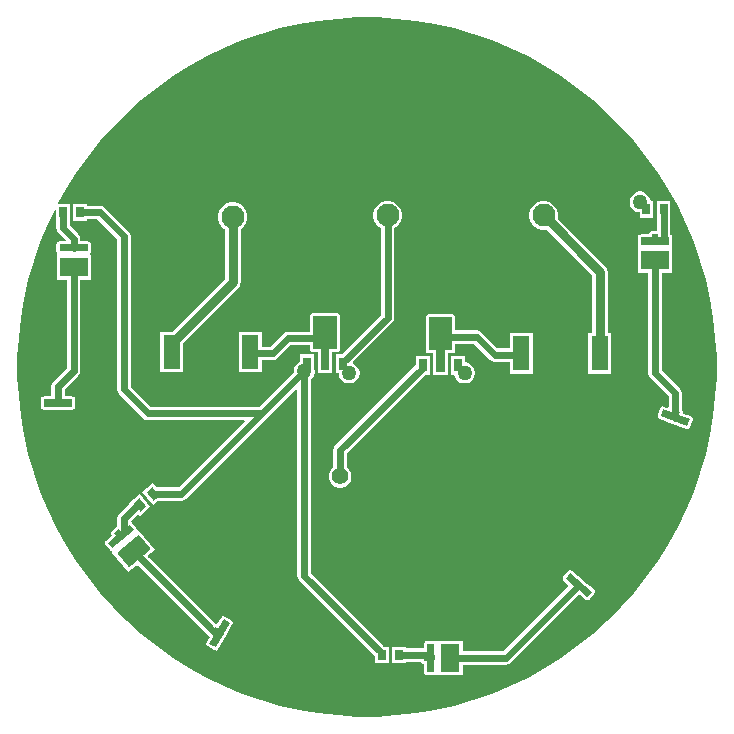
<source format=gtl>
G04*
G04 #@! TF.GenerationSoftware,Altium Limited,Altium Designer,21.7.2 (23)*
G04*
G04 Layer_Physical_Order=1*
G04 Layer_Color=255*
%FSLAX25Y25*%
%MOIN*%
G70*
G04*
G04 #@! TF.SameCoordinates,C9020EFE-5469-4C63-B031-BAE70B3800EC*
G04*
G04*
G04 #@! TF.FilePolarity,Positive*
G04*
G01*
G75*
%ADD13R,0.05709X0.11417*%
G04:AMPARAMS|DCode=14|XSize=25.59mil|YSize=35.43mil|CornerRadius=0mil|HoleSize=0mil|Usage=FLASHONLY|Rotation=40.000|XOffset=0mil|YOffset=0mil|HoleType=Round|Shape=Rectangle|*
%AMROTATEDRECTD14*
4,1,4,0.00159,-0.02180,-0.02119,0.00535,-0.00159,0.02180,0.02119,-0.00535,0.00159,-0.02180,0.0*
%
%ADD14ROTATEDRECTD14*%

%ADD15R,0.02559X0.03543*%
%ADD29R,0.09055X0.01968*%
%ADD30R,0.09449X0.06299*%
G04:AMPARAMS|DCode=31|XSize=19.68mil|YSize=90.55mil|CornerRadius=0mil|HoleSize=0mil|Usage=FLASHONLY|Rotation=70.000|XOffset=0mil|YOffset=0mil|HoleType=Round|Shape=Rectangle|*
%AMROTATEDRECTD31*
4,1,4,0.03918,-0.02473,-0.04591,0.00624,-0.03918,0.02473,0.04591,-0.00624,0.03918,-0.02473,0.0*
%
%ADD31ROTATEDRECTD31*%

G04:AMPARAMS|DCode=32|XSize=62.99mil|YSize=94.49mil|CornerRadius=0mil|HoleSize=0mil|Usage=FLASHONLY|Rotation=70.000|XOffset=0mil|YOffset=0mil|HoleType=Round|Shape=Rectangle|*
%AMROTATEDRECTD32*
4,1,4,0.03362,-0.04576,-0.05517,-0.01344,-0.03362,0.04576,0.05517,0.01344,0.03362,-0.04576,0.0*
%
%ADD32ROTATEDRECTD32*%

G04:AMPARAMS|DCode=33|XSize=19.68mil|YSize=90.55mil|CornerRadius=0mil|HoleSize=0mil|Usage=FLASHONLY|Rotation=230.000|XOffset=0mil|YOffset=0mil|HoleType=Round|Shape=Rectangle|*
%AMROTATEDRECTD33*
4,1,4,-0.02836,0.03664,0.04101,-0.02156,0.02836,-0.03664,-0.04101,0.02156,-0.02836,0.03664,0.0*
%
%ADD33ROTATEDRECTD33*%

G04:AMPARAMS|DCode=34|XSize=62.99mil|YSize=94.49mil|CornerRadius=0mil|HoleSize=0mil|Usage=FLASHONLY|Rotation=230.000|XOffset=0mil|YOffset=0mil|HoleType=Round|Shape=Rectangle|*
%AMROTATEDRECTD34*
4,1,4,-0.01595,0.05449,0.05644,-0.00624,0.01595,-0.05449,-0.05644,0.00624,-0.01595,0.05449,0.0*
%
%ADD34ROTATEDRECTD34*%

%ADD35R,0.01968X0.09055*%
%ADD36R,0.06299X0.09449*%
G04:AMPARAMS|DCode=37|XSize=19.68mil|YSize=90.55mil|CornerRadius=0mil|HoleSize=0mil|Usage=FLASHONLY|Rotation=150.000|XOffset=0mil|YOffset=0mil|HoleType=Round|Shape=Rectangle|*
%AMROTATEDRECTD37*
4,1,4,0.03116,0.03429,-0.01411,-0.04413,-0.03116,-0.03429,0.01411,0.04413,0.03116,0.03429,0.0*
%
%ADD37ROTATEDRECTD37*%

G04:AMPARAMS|DCode=38|XSize=62.99mil|YSize=94.49mil|CornerRadius=0mil|HoleSize=0mil|Usage=FLASHONLY|Rotation=150.000|XOffset=0mil|YOffset=0mil|HoleType=Round|Shape=Rectangle|*
%AMROTATEDRECTD38*
4,1,4,0.05090,0.02517,0.00365,-0.05666,-0.05090,-0.02517,-0.00365,0.05666,0.05090,0.02517,0.0*
%
%ADD38ROTATEDRECTD38*%

G04:AMPARAMS|DCode=39|XSize=19.68mil|YSize=90.55mil|CornerRadius=0mil|HoleSize=0mil|Usage=FLASHONLY|Rotation=130.000|XOffset=0mil|YOffset=0mil|HoleType=Round|Shape=Rectangle|*
%AMROTATEDRECTD39*
4,1,4,0.04101,0.02156,-0.02836,-0.03664,-0.04101,-0.02156,0.02836,0.03664,0.04101,0.02156,0.0*
%
%ADD39ROTATEDRECTD39*%

G04:AMPARAMS|DCode=40|XSize=62.99mil|YSize=94.49mil|CornerRadius=0mil|HoleSize=0mil|Usage=FLASHONLY|Rotation=130.000|XOffset=0mil|YOffset=0mil|HoleType=Round|Shape=Rectangle|*
%AMROTATEDRECTD40*
4,1,4,0.05644,0.00624,-0.01595,-0.05449,-0.05644,-0.00624,0.01595,0.05449,0.05644,0.00624,0.0*
%
%ADD40ROTATEDRECTD40*%

%ADD41R,0.02756X0.04331*%
%ADD42C,0.02362*%
%ADD43C,0.03150*%
%ADD44C,0.05543*%
%ADD45C,0.07677*%
%ADD46R,0.07677X0.07677*%
%ADD47C,0.02362*%
%ADD48C,0.05000*%
G36*
X168209Y381362D02*
X171949D01*
Y379000D01*
X162500D01*
Y381362D01*
X166240D01*
Y382543D01*
X168209D01*
Y381362D01*
D02*
G37*
G36*
X162984Y329677D02*
X166724D01*
Y327315D01*
X157276D01*
Y329677D01*
X161016D01*
Y330858D01*
X162984D01*
Y329677D01*
D02*
G37*
G36*
X274797Y456643D02*
X281293Y455911D01*
X287739Y454816D01*
X294113Y453361D01*
X300395Y451551D01*
X306566Y449392D01*
X312606Y446890D01*
X318497Y444053D01*
X324219Y440891D01*
X329755Y437412D01*
X335087Y433629D01*
X340198Y429553D01*
X345073Y425196D01*
X349696Y420573D01*
X354053Y415698D01*
X358129Y410587D01*
X361912Y405255D01*
X365391Y399719D01*
X368553Y393997D01*
X371390Y388106D01*
X373892Y382066D01*
X376051Y375895D01*
X377861Y369613D01*
X379316Y363239D01*
X380411Y356793D01*
X381143Y350296D01*
X381510Y343769D01*
Y340500D01*
Y337231D01*
X381143Y330703D01*
X380411Y324207D01*
X379316Y317761D01*
X377861Y311387D01*
X376051Y305105D01*
X373892Y298934D01*
X371390Y292894D01*
X368553Y287003D01*
X365391Y281281D01*
X361912Y275745D01*
X358129Y270413D01*
X354053Y265302D01*
X349696Y260427D01*
X345073Y255804D01*
X340198Y251447D01*
X335087Y247371D01*
X329755Y243588D01*
X324219Y240109D01*
X318497Y236947D01*
X312606Y234110D01*
X306566Y231608D01*
X300395Y229449D01*
X294113Y227639D01*
X287739Y226184D01*
X281293Y225089D01*
X274797Y224357D01*
X268269Y223990D01*
X261731D01*
X255203Y224357D01*
X248707Y225089D01*
X242261Y226184D01*
X235887Y227639D01*
X229605Y229449D01*
X223434Y231608D01*
X217394Y234110D01*
X211503Y236947D01*
X205781Y240109D01*
X200245Y243588D01*
X194913Y247371D01*
X189802Y251447D01*
X184927Y255804D01*
X180304Y260427D01*
X175947Y265302D01*
X171871Y270413D01*
X168088Y275745D01*
X164609Y281281D01*
X161447Y287003D01*
X158610Y292894D01*
X156108Y298934D01*
X153949Y305105D01*
X152139Y311387D01*
X150684Y317761D01*
X149589Y324207D01*
X148857Y330703D01*
X148490Y337231D01*
Y340500D01*
Y343769D01*
X148857Y350296D01*
X149589Y356793D01*
X150684Y363239D01*
X152139Y369613D01*
X153949Y375895D01*
X156108Y382066D01*
X158610Y388106D01*
X160879Y392817D01*
X161366Y392706D01*
Y389228D01*
X161422D01*
Y386854D01*
X161422Y386854D01*
X161591Y386003D01*
X162073Y385282D01*
X164511Y382844D01*
X164320Y382382D01*
X162500D01*
X162110Y382304D01*
X161902Y382165D01*
X161697D01*
Y381960D01*
X161558Y381752D01*
X161480Y381362D01*
Y379000D01*
X161558Y378610D01*
X161697Y378402D01*
X161697Y378253D01*
X161500Y377835D01*
X161500Y377778D01*
Y369535D01*
X165001D01*
Y340146D01*
X160427Y335573D01*
X159945Y334851D01*
X159776Y334000D01*
X159776Y334000D01*
Y330697D01*
X157276D01*
X156885Y330619D01*
X156678Y330480D01*
X156472D01*
Y330275D01*
X156334Y330067D01*
X156256Y329677D01*
Y327315D01*
X156334Y326925D01*
X156472Y326717D01*
Y326512D01*
X156678D01*
X156885Y326373D01*
X157276Y326295D01*
X161884D01*
X162000Y326272D01*
X162116Y326295D01*
X166724D01*
X167115Y326373D01*
X167322Y326512D01*
X167528D01*
Y326717D01*
X167666Y326925D01*
X167744Y327315D01*
Y329677D01*
X167666Y330067D01*
X167528Y330275D01*
Y330480D01*
X167322D01*
X167115Y330619D01*
X166724Y330697D01*
X164224D01*
Y333079D01*
X168797Y337652D01*
X168797Y337652D01*
X169279Y338373D01*
X169448Y339224D01*
X169448Y339225D01*
Y369535D01*
X172949D01*
Y377778D01*
X172949Y377835D01*
X172752Y378253D01*
X172752Y378402D01*
X172891Y378610D01*
X172968Y379000D01*
Y381362D01*
X172891Y381752D01*
X172752Y381960D01*
Y382165D01*
X172547D01*
X172339Y382304D01*
X171949Y382382D01*
X169448D01*
Y383276D01*
X169279Y384127D01*
X168797Y384848D01*
X168797Y384848D01*
X165869Y387775D01*
Y389228D01*
X165925D01*
Y394772D01*
X162367D01*
X162113Y395202D01*
X164609Y399719D01*
X168088Y405255D01*
X171871Y410587D01*
X175947Y415698D01*
X180304Y420573D01*
X184927Y425196D01*
X189802Y429553D01*
X194913Y433629D01*
X200245Y437412D01*
X205781Y440891D01*
X211503Y444053D01*
X217394Y446890D01*
X223434Y449392D01*
X229605Y451551D01*
X235887Y453361D01*
X242261Y454816D01*
X248707Y455911D01*
X255203Y456643D01*
X261731Y457010D01*
X268269D01*
X274797Y456643D01*
D02*
G37*
%LPC*%
G36*
X356461Y399000D02*
X355539D01*
X354649Y398762D01*
X353851Y398301D01*
X353199Y397649D01*
X352738Y396851D01*
X352500Y395961D01*
Y395039D01*
X352738Y394149D01*
X353199Y393351D01*
X353851Y392699D01*
X354649Y392238D01*
X355539Y392000D01*
X355866D01*
Y390228D01*
X360425D01*
Y395772D01*
X359500D01*
Y395961D01*
X359261Y396851D01*
X358801Y397649D01*
X358149Y398301D01*
X357351Y398762D01*
X356461Y399000D01*
D02*
G37*
G36*
X254937Y358575D02*
X247063D01*
X246673Y358497D01*
X246342Y358276D01*
X246121Y357945D01*
X246043Y357555D01*
Y352224D01*
X238500D01*
X238500Y352224D01*
X237649Y352055D01*
X236928Y351572D01*
X236928Y351572D01*
X232579Y347224D01*
X229945D01*
Y352209D01*
X222236D01*
Y338791D01*
X229945D01*
Y342776D01*
X233500D01*
X233500Y342776D01*
X234351Y342945D01*
X235072Y343427D01*
X239421Y347776D01*
X246043D01*
Y346532D01*
X246121Y346141D01*
X246342Y345811D01*
X246673Y345589D01*
X247063Y345512D01*
X248603D01*
Y339445D01*
X248622Y339346D01*
Y338445D01*
X249523D01*
X249622Y338425D01*
X252378D01*
X252477Y338445D01*
X253378D01*
Y339346D01*
X253397Y339445D01*
Y345512D01*
X254937D01*
X255327Y345589D01*
X255658Y345811D01*
X255879Y346141D01*
X255957Y346532D01*
Y357555D01*
X255879Y357945D01*
X255658Y358276D01*
X255327Y358497D01*
X254937Y358575D01*
D02*
G37*
G36*
X220901Y395339D02*
X219627D01*
X218396Y395009D01*
X217293Y394372D01*
X216392Y393471D01*
X215755Y392368D01*
X215425Y391137D01*
Y389863D01*
X215755Y388632D01*
X216392Y387529D01*
X217293Y386628D01*
X217667Y386412D01*
Y369785D01*
X200091Y352209D01*
X196055D01*
Y338791D01*
X203764D01*
Y348536D01*
X222100Y366873D01*
X222513Y367410D01*
X222773Y368037D01*
X222861Y368709D01*
Y386412D01*
X223235Y386628D01*
X224136Y387529D01*
X224773Y388632D01*
X225102Y389863D01*
Y391137D01*
X224773Y392368D01*
X224136Y393471D01*
X223235Y394372D01*
X222132Y395009D01*
X220901Y395339D01*
D02*
G37*
G36*
X324480Y395839D02*
X323205D01*
X321975Y395509D01*
X320872Y394872D01*
X319971Y393971D01*
X319334Y392868D01*
X319004Y391637D01*
Y390363D01*
X319334Y389132D01*
X319971Y388029D01*
X320872Y387128D01*
X321975Y386491D01*
X323205Y386161D01*
X324480D01*
X324897Y386273D01*
X339994Y371176D01*
Y351709D01*
X338736D01*
Y338291D01*
X346445D01*
Y351709D01*
X345188D01*
Y372252D01*
X345099Y372924D01*
X344840Y373551D01*
X344427Y374088D01*
X328569Y389946D01*
X328681Y390363D01*
Y391637D01*
X328351Y392868D01*
X327714Y393971D01*
X326814Y394872D01*
X325710Y395509D01*
X324480Y395839D01*
D02*
G37*
G36*
X293437Y358075D02*
X285563D01*
X285173Y357997D01*
X284842Y357776D01*
X284621Y357445D01*
X284543Y357055D01*
Y346031D01*
X284621Y345641D01*
X284842Y345310D01*
X285173Y345090D01*
X285563Y345012D01*
X287103D01*
Y338945D01*
X287122Y338846D01*
Y337945D01*
X288023D01*
X288122Y337925D01*
X290878D01*
X290977Y337945D01*
X291878D01*
Y338846D01*
X291898Y338945D01*
Y345012D01*
X293437D01*
X293827Y345090D01*
X294158Y345310D01*
X294379Y345641D01*
X294457Y346031D01*
Y348276D01*
X300579D01*
X305927Y342928D01*
X305927Y342928D01*
X306649Y342445D01*
X307500Y342276D01*
X307500Y342276D01*
X312555D01*
Y338291D01*
X320264D01*
Y351709D01*
X312555D01*
Y346724D01*
X308421D01*
X303073Y352073D01*
X302351Y352555D01*
X301500Y352724D01*
X301500Y352724D01*
X294457D01*
Y357055D01*
X294379Y357445D01*
X294158Y357776D01*
X293827Y357997D01*
X293437Y358075D01*
D02*
G37*
G36*
X297783Y344276D02*
X293028D01*
Y337945D01*
X294025D01*
X294238Y337149D01*
X294699Y336351D01*
X295351Y335699D01*
X296149Y335239D01*
X297039Y335000D01*
X297961D01*
X298851Y335239D01*
X299649Y335699D01*
X300301Y336351D01*
X300762Y337149D01*
X301000Y338039D01*
Y338961D01*
X300762Y339851D01*
X300301Y340649D01*
X299649Y341301D01*
X298851Y341761D01*
X297961Y342000D01*
X297783D01*
Y344276D01*
D02*
G37*
G36*
X272480Y395839D02*
X271205D01*
X269975Y395509D01*
X268872Y394872D01*
X267971Y393971D01*
X267334Y392868D01*
X267004Y391637D01*
Y390363D01*
X267334Y389132D01*
X267971Y388029D01*
X268872Y387128D01*
X269619Y386697D01*
Y357862D01*
X256532Y344776D01*
X254528D01*
Y338445D01*
X255500D01*
Y338039D01*
X255738Y337149D01*
X256199Y336351D01*
X256851Y335699D01*
X257649Y335239D01*
X258539Y335000D01*
X259461D01*
X260351Y335239D01*
X261149Y335699D01*
X261801Y336351D01*
X262262Y337149D01*
X262500Y338039D01*
Y338961D01*
X262262Y339851D01*
X261801Y340649D01*
X261149Y341301D01*
X260455Y341701D01*
X260283Y342236D01*
X273415Y355368D01*
X273415Y355368D01*
X273897Y356090D01*
X274066Y356941D01*
X274066Y356941D01*
Y386697D01*
X274814Y387128D01*
X275714Y388029D01*
X276351Y389132D01*
X276681Y390363D01*
Y391637D01*
X276351Y392868D01*
X275714Y393971D01*
X274814Y394872D01*
X273710Y395509D01*
X272480Y395839D01*
D02*
G37*
G36*
X366134Y395772D02*
X361575D01*
Y390228D01*
X361631D01*
Y385878D01*
X360016D01*
X359626Y385800D01*
X359295Y385579D01*
X359074Y385248D01*
X358996Y384858D01*
Y384697D01*
X356276D01*
X355885Y384619D01*
X355678Y384480D01*
X355472D01*
Y384275D01*
X355334Y384067D01*
X355256Y383677D01*
Y381315D01*
X355334Y380925D01*
X355472Y380717D01*
X355472Y380568D01*
X355276Y380150D01*
X355276Y380093D01*
Y371850D01*
X358776D01*
Y338500D01*
X358776Y338500D01*
X358945Y337649D01*
X359427Y336928D01*
X365498Y330857D01*
Y327191D01*
X365088Y326905D01*
X364035Y327288D01*
X364035Y327288D01*
X363642Y327349D01*
X363399Y327289D01*
X363206Y327359D01*
X363136Y327167D01*
X362934Y327019D01*
X362728Y326679D01*
X361920Y324459D01*
X361860Y324066D01*
X361919Y323823D01*
X361849Y323630D01*
X362042Y323560D01*
X362190Y323358D01*
X362530Y323152D01*
X366797Y321599D01*
X366871Y321550D01*
X367006Y321523D01*
X371409Y319920D01*
X371802Y319860D01*
X372044Y319919D01*
X372237Y319849D01*
X372307Y320042D01*
X372509Y320190D01*
X372715Y320530D01*
X373523Y322750D01*
X373584Y323143D01*
X373524Y323386D01*
X373595Y323578D01*
X373402Y323649D01*
X373254Y323850D01*
X372914Y324056D01*
X370357Y324987D01*
X370413Y325139D01*
X370473Y325532D01*
X370379Y325918D01*
X370143Y326239D01*
X369946Y326359D01*
Y331778D01*
X369946Y331778D01*
X369776Y332629D01*
X369294Y333351D01*
X369294Y333351D01*
X363224Y339421D01*
Y371850D01*
X366724D01*
Y380093D01*
X366724Y380150D01*
X366528Y380568D01*
X366528Y380717D01*
X366666Y380925D01*
X366744Y381315D01*
Y383677D01*
X366666Y384067D01*
X366528Y384275D01*
Y384480D01*
X366322D01*
X366115Y384619D01*
X366078Y384626D01*
Y390228D01*
X366134D01*
Y395772D01*
D02*
G37*
G36*
X285972Y344276D02*
X281217D01*
Y341090D01*
X254467Y314340D01*
X253985Y313619D01*
X253816Y312768D01*
X253816Y312768D01*
Y307071D01*
X253724Y307018D01*
X253021Y306316D01*
X252525Y305456D01*
X252268Y304497D01*
Y303503D01*
X252525Y302544D01*
X253021Y301684D01*
X253724Y300982D01*
X254584Y300485D01*
X255543Y300228D01*
X256536D01*
X257495Y300485D01*
X258355Y300982D01*
X259057Y301684D01*
X259554Y302544D01*
X259811Y303503D01*
Y304497D01*
X259554Y305456D01*
X259057Y306316D01*
X258355Y307018D01*
X258263Y307071D01*
Y311847D01*
X284362Y337945D01*
X285972D01*
Y344276D01*
D02*
G37*
G36*
X189189Y298037D02*
X185697Y295107D01*
X185818Y294963D01*
X182428Y291572D01*
X181946Y290851D01*
X181776Y290000D01*
X181776Y290000D01*
Y287331D01*
X181580Y287223D01*
X180072Y285958D01*
X179823Y285648D01*
X179712Y285266D01*
X179755Y284870D01*
X179947Y284522D01*
X180050Y284398D01*
X177966Y282649D01*
X177717Y282339D01*
X177647Y282099D01*
X177490Y281967D01*
X177622Y281810D01*
X177649Y281561D01*
X177841Y281213D01*
X179359Y279403D01*
X179669Y279154D01*
X179909Y279084D01*
X180005Y278970D01*
X180123Y278523D01*
X180159Y278480D01*
X185458Y272165D01*
X188411Y274643D01*
X212591Y250463D01*
X211606Y248757D01*
X211478Y248380D01*
X211495Y248131D01*
X211392Y247953D01*
X211570Y247851D01*
X211680Y247626D01*
X211979Y247364D01*
X214025Y246183D01*
X214402Y246055D01*
X214651Y246072D01*
X214829Y245969D01*
X214932Y246147D01*
X215156Y246257D01*
X215418Y246556D01*
X217894Y250845D01*
X217929Y250897D01*
X217931Y250910D01*
X220142Y254739D01*
X220142Y254739D01*
X220270Y255116D01*
X220254Y255365D01*
X220356Y255543D01*
X220179Y255645D01*
X220068Y255870D01*
X219769Y256132D01*
X217723Y257313D01*
X217347Y257441D01*
X217097Y257425D01*
X216920Y257527D01*
X216817Y257349D01*
X216593Y257239D01*
X216331Y256940D01*
X215085Y254783D01*
X214534Y254810D01*
X192093Y277252D01*
X192115Y277751D01*
X194228Y279524D01*
X188930Y285839D01*
X188893Y285882D01*
X188421Y286139D01*
X188378Y286190D01*
X188351Y286439D01*
X188159Y286787D01*
X186641Y288597D01*
X186514Y288699D01*
X186447Y289243D01*
X186471Y289326D01*
X188426Y291281D01*
X188925Y291259D01*
X189260Y290860D01*
X192752Y293791D01*
X189189Y298037D01*
D02*
G37*
G36*
X332588Y272847D02*
X332456Y272690D01*
X332217Y272620D01*
X331906Y272371D01*
X330388Y270561D01*
X330196Y270212D01*
X330169Y269964D01*
X330037Y269807D01*
X330195Y269675D01*
X330265Y269435D01*
X330514Y269125D01*
X331992Y267884D01*
X332014Y267385D01*
X310368Y245740D01*
X296917D01*
Y249240D01*
X288674D01*
X288618Y249240D01*
X288200Y249043D01*
X288051Y249043D01*
X287843Y249182D01*
X287453Y249260D01*
X285090D01*
X284700Y249182D01*
X284493Y249043D01*
X284287D01*
Y248838D01*
X284149Y248630D01*
X284071Y248240D01*
Y246740D01*
X277902D01*
Y247287D01*
X273342D01*
Y241744D01*
X277902D01*
Y242292D01*
X282938D01*
X282967Y242141D01*
X283189Y241810D01*
X283519Y241589D01*
X283910Y241512D01*
X284071D01*
Y238791D01*
X284149Y238401D01*
X284287Y238193D01*
Y237988D01*
X284493D01*
X284700Y237849D01*
X285090Y237772D01*
X287453D01*
X287843Y237849D01*
X288051Y237988D01*
X288200Y237988D01*
X288618Y237791D01*
X288674Y237791D01*
X296917D01*
Y241292D01*
X311289D01*
X311289Y241292D01*
X312140Y241461D01*
X312862Y241943D01*
X335695Y264777D01*
X337752Y263051D01*
X338101Y262860D01*
X338349Y262832D01*
X338506Y262701D01*
X338638Y262858D01*
X338878Y262928D01*
X339188Y263177D01*
X340707Y264986D01*
X340898Y265335D01*
X340925Y265583D01*
X341057Y265741D01*
X340900Y265873D01*
X340830Y266112D01*
X340581Y266423D01*
X337149Y269303D01*
X337120Y269346D01*
X337008Y269421D01*
X333343Y272496D01*
X332994Y272688D01*
X332746Y272715D01*
X332588Y272847D01*
D02*
G37*
G36*
X171634Y394772D02*
X167075D01*
Y389228D01*
X171634D01*
Y389776D01*
X175079D01*
X181776Y383079D01*
Y333000D01*
X181776Y333000D01*
X181946Y332149D01*
X182428Y331428D01*
X190427Y323428D01*
X190427Y323428D01*
X191149Y322945D01*
X192000Y322776D01*
X192000Y322776D01*
X223978D01*
X224169Y322314D01*
X202197Y300342D01*
X194707D01*
X193562Y301707D01*
X190070Y298776D01*
X193633Y294530D01*
X195074Y295739D01*
X195116Y295747D01*
X195336Y295895D01*
X203118D01*
X203118Y295894D01*
X203969Y296064D01*
X204691Y296546D01*
X231573Y323428D01*
X231573Y323428D01*
X241314Y333169D01*
X241776Y332978D01*
Y270921D01*
X241776Y270921D01*
X241945Y270070D01*
X242427Y269349D01*
X267634Y244142D01*
Y241744D01*
X272193D01*
Y247287D01*
X270779D01*
X246224Y271842D01*
Y336274D01*
X246801Y336851D01*
X247262Y337649D01*
X247500Y338539D01*
Y339461D01*
X247472Y339564D01*
Y344776D01*
X242717D01*
Y342280D01*
X242649Y342262D01*
X241851Y341801D01*
X241199Y341149D01*
X240739Y340351D01*
X240500Y339461D01*
Y338645D01*
X229079Y327224D01*
X192921D01*
X186224Y333921D01*
Y384000D01*
X186224Y384000D01*
X186055Y384851D01*
X185573Y385573D01*
X185573Y385573D01*
X177573Y393572D01*
X176851Y394055D01*
X176000Y394224D01*
X176000Y394224D01*
X171634D01*
Y394772D01*
D02*
G37*
%LPD*%
G36*
X254937Y346532D02*
X252378D01*
Y339445D01*
X249622D01*
Y346532D01*
X247063D01*
Y357555D01*
X254937D01*
Y346532D01*
D02*
G37*
G36*
X293437Y346031D02*
X290878D01*
Y338945D01*
X288122D01*
Y346031D01*
X285563D01*
Y357055D01*
X293437D01*
Y346031D01*
D02*
G37*
G36*
X361984Y383677D02*
X365724D01*
Y381315D01*
X356276D01*
Y383677D01*
X360016D01*
Y384858D01*
X361984D01*
Y383677D01*
D02*
G37*
G36*
X367201Y325051D02*
X367605Y326161D01*
X369455Y325487D01*
X369051Y324378D01*
X372565Y323098D01*
X371757Y320879D01*
X362878Y324110D01*
X363686Y326330D01*
X367201Y325051D01*
D02*
G37*
G36*
X187378Y286132D02*
X180140Y280058D01*
X178622Y281868D01*
X181487Y284272D01*
X180728Y285177D01*
X182236Y286442D01*
X182995Y285537D01*
X185860Y287942D01*
X187378Y286132D01*
D02*
G37*
G36*
X219259Y255249D02*
X214535Y247066D01*
X212489Y248247D01*
X214359Y251486D01*
X213336Y252077D01*
X214321Y253782D01*
X215343Y253191D01*
X217214Y256430D01*
X219259Y255249D01*
D02*
G37*
G36*
X339926Y265642D02*
X338407Y263832D01*
X335542Y266236D01*
X334783Y265331D01*
X333275Y266597D01*
X334034Y267501D01*
X331169Y269906D01*
X332687Y271715D01*
X339926Y265642D01*
D02*
G37*
G36*
X287453Y238791D02*
X285090D01*
Y242531D01*
X283910D01*
Y244500D01*
X285090D01*
Y248240D01*
X287453D01*
Y238791D01*
D02*
G37*
D13*
X316409Y345000D02*
D03*
X342590D02*
D03*
X199909Y345500D02*
D03*
X226091D02*
D03*
D14*
X193597Y298118D02*
D03*
X189224Y294449D02*
D03*
D15*
X358146Y393000D02*
D03*
X363854D02*
D03*
X169354Y392000D02*
D03*
X163646D02*
D03*
X269913Y244516D02*
D03*
X275622D02*
D03*
D29*
X361000Y382496D02*
D03*
X162000Y328496D02*
D03*
X167224Y380181D02*
D03*
D30*
X361000Y376000D02*
D03*
X162000Y322000D02*
D03*
X167224Y373685D02*
D03*
D31*
X367722Y323604D02*
D03*
D32*
X365500Y317500D02*
D03*
D33*
X335547Y267774D02*
D03*
D34*
X339723Y272750D02*
D03*
D35*
X286272Y243516D02*
D03*
D36*
X292768D02*
D03*
D37*
X215874Y251748D02*
D03*
D38*
X221500Y248500D02*
D03*
D39*
X183000Y284000D02*
D03*
D40*
X187176Y279024D02*
D03*
D41*
X256906Y341610D02*
D03*
X251000D02*
D03*
X245094D02*
D03*
X295406Y341110D02*
D03*
X289500D02*
D03*
X283594D02*
D03*
D42*
X163646Y386854D02*
X167224Y383276D01*
Y380181D02*
Y383276D01*
X163646Y386854D02*
Y392000D01*
X292768Y243516D02*
X311289D01*
X335547Y267774D01*
X192000Y325000D02*
X230000D01*
X184000Y333000D02*
Y384000D01*
Y333000D02*
X192000Y325000D01*
X176000Y392000D02*
X184000Y384000D01*
X203118Y298118D02*
X230000Y325000D01*
X244000Y339000D01*
X169354Y392000D02*
X176000D01*
X269913Y244516D02*
Y245008D01*
X244000Y270921D02*
X269913Y245008D01*
X244000Y270921D02*
Y339000D01*
X194581Y298118D02*
X203118D01*
X193597D02*
X193914Y297802D01*
X194265D01*
X194581Y298118D01*
X256039Y304000D02*
Y312768D01*
X283594Y340323D01*
Y341110D01*
X307500Y344500D02*
X315910D01*
X316409Y345000D01*
X301500Y350500D02*
X307500Y344500D01*
X289500Y350500D02*
X301500D01*
X226091Y345500D02*
X226590Y345000D01*
X233500D01*
X238500Y350000D02*
X251000D01*
X233500Y345000D02*
X238500Y350000D01*
X367722Y323604D02*
Y331778D01*
X361000Y338500D02*
Y376000D01*
Y338500D02*
X367722Y331778D01*
X363657Y382496D02*
X363854Y382693D01*
Y393000D01*
X361000Y382496D02*
X363657D01*
X275622Y244516D02*
X286075D01*
X286272Y244319D01*
Y243516D02*
Y244319D01*
X214451Y251748D02*
X215874D01*
X187176Y279024D02*
X187176D01*
X214451Y251748D01*
X183000Y284000D02*
X184000Y285000D01*
Y290000D01*
X188661Y294661D01*
X189012D02*
X189224Y294449D01*
X188661Y294661D02*
X189012D01*
X162000Y328496D02*
Y334000D01*
X167224Y339224D01*
Y373685D01*
X256906Y342004D02*
X271843Y356941D01*
Y391000D01*
X256906Y341610D02*
Y342004D01*
D43*
X342590Y345000D02*
Y372252D01*
X323843Y391000D02*
X342590Y372252D01*
X199909Y348354D02*
X220264Y368709D01*
Y390500D01*
X199909Y345500D02*
Y348354D01*
D44*
X256039Y304000D02*
D03*
X285961D02*
D03*
D45*
X271843Y391000D02*
D03*
X323843D02*
D03*
X220264Y390500D02*
D03*
D46*
X252157Y391000D02*
D03*
X304157D02*
D03*
X200579Y390500D02*
D03*
D47*
X374016Y354331D02*
D03*
X354331Y314961D02*
D03*
X314961Y393701D02*
D03*
X334646Y354331D02*
D03*
X314961Y314961D02*
D03*
X295276Y433071D02*
D03*
X275591Y314961D02*
D03*
X295276Y275591D02*
D03*
X275591Y236221D02*
D03*
X255906Y433071D02*
D03*
X236221Y393701D02*
D03*
Y314961D02*
D03*
X255906Y275591D02*
D03*
X236221Y236221D02*
D03*
X216535Y433071D02*
D03*
Y354331D02*
D03*
X196850Y314961D02*
D03*
X216535Y275591D02*
D03*
X177165Y354331D02*
D03*
X157480Y314961D02*
D03*
X177165Y275591D02*
D03*
D48*
X244000Y339000D02*
D03*
X356000Y395500D02*
D03*
X259000Y338500D02*
D03*
X297500D02*
D03*
M02*

</source>
